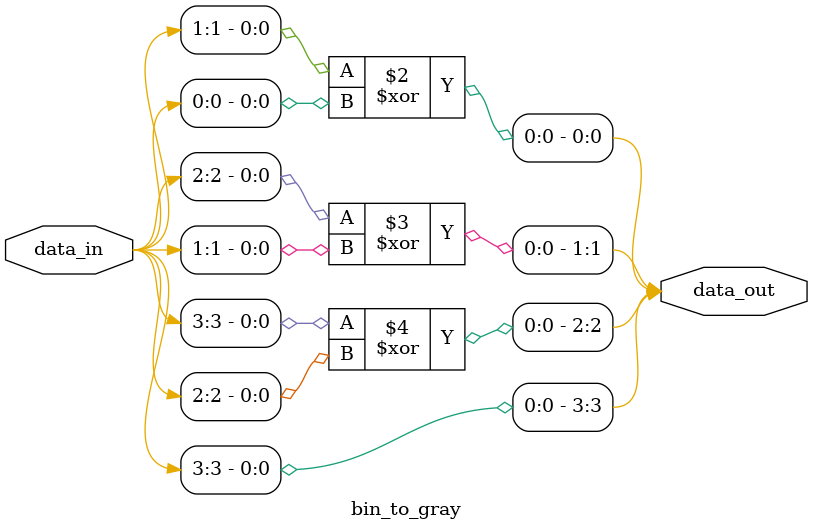
<source format=sv>
module bin_to_gray #(
  parameter DATA_WIDTH = 4
) ( 
  input  logic [DATA_WIDTH-1:0] data_in,
  output logic [DATA_WIDTH-1:0] data_out
);

  generate
    assign data_out [DATA_WIDTH-1] = data_in [DATA_WIDTH-1];
    for (genvar i = 0; i < (DATA_WIDTH-1); i++) begin
      assign data_out [i] = data_in [1+i] ^ data_in [i];
    end
  endgenerate
    
endmodule
</source>
